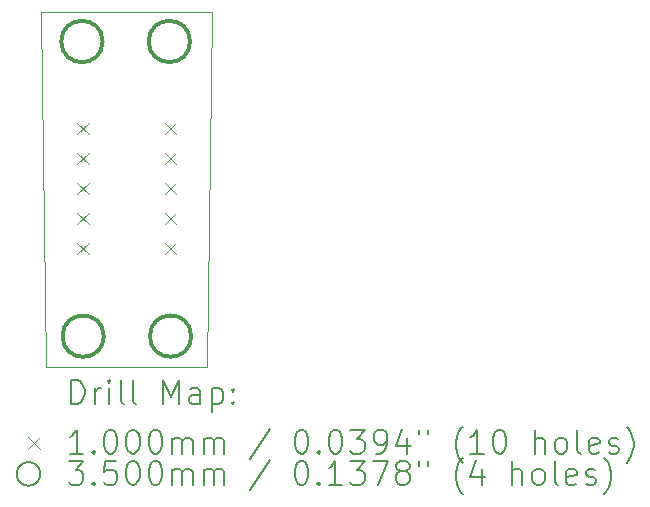
<source format=gbr>
%TF.GenerationSoftware,KiCad,Pcbnew,9.0.6*%
%TF.CreationDate,2025-12-02T11:08:12-05:00*%
%TF.ProjectId,InterConnect,496e7465-7243-46f6-9e6e-6563742e6b69,0*%
%TF.SameCoordinates,Original*%
%TF.FileFunction,Drillmap*%
%TF.FilePolarity,Positive*%
%FSLAX45Y45*%
G04 Gerber Fmt 4.5, Leading zero omitted, Abs format (unit mm)*
G04 Created by KiCad (PCBNEW 9.0.6) date 2025-12-02 11:08:12*
%MOMM*%
%LPD*%
G01*
G04 APERTURE LIST*
%ADD10C,0.050000*%
%ADD11C,0.200000*%
%ADD12C,0.100000*%
%ADD13C,0.350000*%
G04 APERTURE END LIST*
D10*
X12546000Y-8504000D02*
X13695000Y-8504000D01*
X12244902Y-8504000D02*
X12245000Y-8510000D01*
X12400000Y-8504000D02*
X12244902Y-8504000D01*
X12546000Y-8504000D02*
X12400000Y-8504000D01*
X13695000Y-8504000D02*
X13653000Y-11510000D01*
X12294000Y-11510000D02*
X12245000Y-8510000D01*
X12294000Y-11510000D02*
X13653000Y-11510000D01*
D11*
D12*
X12555000Y-9442000D02*
X12655000Y-9542000D01*
X12655000Y-9442000D02*
X12555000Y-9542000D01*
X12555000Y-9696000D02*
X12655000Y-9796000D01*
X12655000Y-9696000D02*
X12555000Y-9796000D01*
X12555000Y-9950000D02*
X12655000Y-10050000D01*
X12655000Y-9950000D02*
X12555000Y-10050000D01*
X12555000Y-10204000D02*
X12655000Y-10304000D01*
X12655000Y-10204000D02*
X12555000Y-10304000D01*
X12555000Y-10458000D02*
X12655000Y-10558000D01*
X12655000Y-10458000D02*
X12555000Y-10558000D01*
X13295000Y-9442000D02*
X13395000Y-9542000D01*
X13395000Y-9442000D02*
X13295000Y-9542000D01*
X13295000Y-9696000D02*
X13395000Y-9796000D01*
X13395000Y-9696000D02*
X13295000Y-9796000D01*
X13295000Y-9950000D02*
X13395000Y-10050000D01*
X13395000Y-9950000D02*
X13295000Y-10050000D01*
X13295000Y-10204000D02*
X13395000Y-10304000D01*
X13395000Y-10204000D02*
X13295000Y-10304000D01*
X13295000Y-10458000D02*
X13395000Y-10558000D01*
X13395000Y-10458000D02*
X13295000Y-10558000D01*
D13*
X12770000Y-8755000D02*
G75*
G02*
X12420000Y-8755000I-175000J0D01*
G01*
X12420000Y-8755000D02*
G75*
G02*
X12770000Y-8755000I175000J0D01*
G01*
X12780000Y-11250000D02*
G75*
G02*
X12430000Y-11250000I-175000J0D01*
G01*
X12430000Y-11250000D02*
G75*
G02*
X12780000Y-11250000I175000J0D01*
G01*
X13510000Y-8755000D02*
G75*
G02*
X13160000Y-8755000I-175000J0D01*
G01*
X13160000Y-8755000D02*
G75*
G02*
X13510000Y-8755000I175000J0D01*
G01*
X13520000Y-11250000D02*
G75*
G02*
X13170000Y-11250000I-175000J0D01*
G01*
X13170000Y-11250000D02*
G75*
G02*
X13520000Y-11250000I175000J0D01*
G01*
D11*
X12503179Y-11823984D02*
X12503179Y-11623984D01*
X12503179Y-11623984D02*
X12550798Y-11623984D01*
X12550798Y-11623984D02*
X12579369Y-11633508D01*
X12579369Y-11633508D02*
X12598417Y-11652555D01*
X12598417Y-11652555D02*
X12607941Y-11671603D01*
X12607941Y-11671603D02*
X12617464Y-11709698D01*
X12617464Y-11709698D02*
X12617464Y-11738269D01*
X12617464Y-11738269D02*
X12607941Y-11776365D01*
X12607941Y-11776365D02*
X12598417Y-11795412D01*
X12598417Y-11795412D02*
X12579369Y-11814460D01*
X12579369Y-11814460D02*
X12550798Y-11823984D01*
X12550798Y-11823984D02*
X12503179Y-11823984D01*
X12703179Y-11823984D02*
X12703179Y-11690650D01*
X12703179Y-11728746D02*
X12712703Y-11709698D01*
X12712703Y-11709698D02*
X12722226Y-11700174D01*
X12722226Y-11700174D02*
X12741274Y-11690650D01*
X12741274Y-11690650D02*
X12760322Y-11690650D01*
X12826988Y-11823984D02*
X12826988Y-11690650D01*
X12826988Y-11623984D02*
X12817464Y-11633508D01*
X12817464Y-11633508D02*
X12826988Y-11643031D01*
X12826988Y-11643031D02*
X12836512Y-11633508D01*
X12836512Y-11633508D02*
X12826988Y-11623984D01*
X12826988Y-11623984D02*
X12826988Y-11643031D01*
X12950798Y-11823984D02*
X12931750Y-11814460D01*
X12931750Y-11814460D02*
X12922226Y-11795412D01*
X12922226Y-11795412D02*
X12922226Y-11623984D01*
X13055560Y-11823984D02*
X13036512Y-11814460D01*
X13036512Y-11814460D02*
X13026988Y-11795412D01*
X13026988Y-11795412D02*
X13026988Y-11623984D01*
X13284131Y-11823984D02*
X13284131Y-11623984D01*
X13284131Y-11623984D02*
X13350798Y-11766841D01*
X13350798Y-11766841D02*
X13417464Y-11623984D01*
X13417464Y-11623984D02*
X13417464Y-11823984D01*
X13598417Y-11823984D02*
X13598417Y-11719222D01*
X13598417Y-11719222D02*
X13588893Y-11700174D01*
X13588893Y-11700174D02*
X13569845Y-11690650D01*
X13569845Y-11690650D02*
X13531750Y-11690650D01*
X13531750Y-11690650D02*
X13512703Y-11700174D01*
X13598417Y-11814460D02*
X13579369Y-11823984D01*
X13579369Y-11823984D02*
X13531750Y-11823984D01*
X13531750Y-11823984D02*
X13512703Y-11814460D01*
X13512703Y-11814460D02*
X13503179Y-11795412D01*
X13503179Y-11795412D02*
X13503179Y-11776365D01*
X13503179Y-11776365D02*
X13512703Y-11757317D01*
X13512703Y-11757317D02*
X13531750Y-11747793D01*
X13531750Y-11747793D02*
X13579369Y-11747793D01*
X13579369Y-11747793D02*
X13598417Y-11738269D01*
X13693655Y-11690650D02*
X13693655Y-11890650D01*
X13693655Y-11700174D02*
X13712703Y-11690650D01*
X13712703Y-11690650D02*
X13750798Y-11690650D01*
X13750798Y-11690650D02*
X13769845Y-11700174D01*
X13769845Y-11700174D02*
X13779369Y-11709698D01*
X13779369Y-11709698D02*
X13788893Y-11728746D01*
X13788893Y-11728746D02*
X13788893Y-11785888D01*
X13788893Y-11785888D02*
X13779369Y-11804936D01*
X13779369Y-11804936D02*
X13769845Y-11814460D01*
X13769845Y-11814460D02*
X13750798Y-11823984D01*
X13750798Y-11823984D02*
X13712703Y-11823984D01*
X13712703Y-11823984D02*
X13693655Y-11814460D01*
X13874607Y-11804936D02*
X13884131Y-11814460D01*
X13884131Y-11814460D02*
X13874607Y-11823984D01*
X13874607Y-11823984D02*
X13865084Y-11814460D01*
X13865084Y-11814460D02*
X13874607Y-11804936D01*
X13874607Y-11804936D02*
X13874607Y-11823984D01*
X13874607Y-11700174D02*
X13884131Y-11709698D01*
X13884131Y-11709698D02*
X13874607Y-11719222D01*
X13874607Y-11719222D02*
X13865084Y-11709698D01*
X13865084Y-11709698D02*
X13874607Y-11700174D01*
X13874607Y-11700174D02*
X13874607Y-11719222D01*
D12*
X12142402Y-12102500D02*
X12242402Y-12202500D01*
X12242402Y-12102500D02*
X12142402Y-12202500D01*
D11*
X12607941Y-12243984D02*
X12493655Y-12243984D01*
X12550798Y-12243984D02*
X12550798Y-12043984D01*
X12550798Y-12043984D02*
X12531750Y-12072555D01*
X12531750Y-12072555D02*
X12512703Y-12091603D01*
X12512703Y-12091603D02*
X12493655Y-12101127D01*
X12693655Y-12224936D02*
X12703179Y-12234460D01*
X12703179Y-12234460D02*
X12693655Y-12243984D01*
X12693655Y-12243984D02*
X12684131Y-12234460D01*
X12684131Y-12234460D02*
X12693655Y-12224936D01*
X12693655Y-12224936D02*
X12693655Y-12243984D01*
X12826988Y-12043984D02*
X12846036Y-12043984D01*
X12846036Y-12043984D02*
X12865084Y-12053508D01*
X12865084Y-12053508D02*
X12874607Y-12063031D01*
X12874607Y-12063031D02*
X12884131Y-12082079D01*
X12884131Y-12082079D02*
X12893655Y-12120174D01*
X12893655Y-12120174D02*
X12893655Y-12167793D01*
X12893655Y-12167793D02*
X12884131Y-12205888D01*
X12884131Y-12205888D02*
X12874607Y-12224936D01*
X12874607Y-12224936D02*
X12865084Y-12234460D01*
X12865084Y-12234460D02*
X12846036Y-12243984D01*
X12846036Y-12243984D02*
X12826988Y-12243984D01*
X12826988Y-12243984D02*
X12807941Y-12234460D01*
X12807941Y-12234460D02*
X12798417Y-12224936D01*
X12798417Y-12224936D02*
X12788893Y-12205888D01*
X12788893Y-12205888D02*
X12779369Y-12167793D01*
X12779369Y-12167793D02*
X12779369Y-12120174D01*
X12779369Y-12120174D02*
X12788893Y-12082079D01*
X12788893Y-12082079D02*
X12798417Y-12063031D01*
X12798417Y-12063031D02*
X12807941Y-12053508D01*
X12807941Y-12053508D02*
X12826988Y-12043984D01*
X13017464Y-12043984D02*
X13036512Y-12043984D01*
X13036512Y-12043984D02*
X13055560Y-12053508D01*
X13055560Y-12053508D02*
X13065084Y-12063031D01*
X13065084Y-12063031D02*
X13074607Y-12082079D01*
X13074607Y-12082079D02*
X13084131Y-12120174D01*
X13084131Y-12120174D02*
X13084131Y-12167793D01*
X13084131Y-12167793D02*
X13074607Y-12205888D01*
X13074607Y-12205888D02*
X13065084Y-12224936D01*
X13065084Y-12224936D02*
X13055560Y-12234460D01*
X13055560Y-12234460D02*
X13036512Y-12243984D01*
X13036512Y-12243984D02*
X13017464Y-12243984D01*
X13017464Y-12243984D02*
X12998417Y-12234460D01*
X12998417Y-12234460D02*
X12988893Y-12224936D01*
X12988893Y-12224936D02*
X12979369Y-12205888D01*
X12979369Y-12205888D02*
X12969845Y-12167793D01*
X12969845Y-12167793D02*
X12969845Y-12120174D01*
X12969845Y-12120174D02*
X12979369Y-12082079D01*
X12979369Y-12082079D02*
X12988893Y-12063031D01*
X12988893Y-12063031D02*
X12998417Y-12053508D01*
X12998417Y-12053508D02*
X13017464Y-12043984D01*
X13207941Y-12043984D02*
X13226988Y-12043984D01*
X13226988Y-12043984D02*
X13246036Y-12053508D01*
X13246036Y-12053508D02*
X13255560Y-12063031D01*
X13255560Y-12063031D02*
X13265084Y-12082079D01*
X13265084Y-12082079D02*
X13274607Y-12120174D01*
X13274607Y-12120174D02*
X13274607Y-12167793D01*
X13274607Y-12167793D02*
X13265084Y-12205888D01*
X13265084Y-12205888D02*
X13255560Y-12224936D01*
X13255560Y-12224936D02*
X13246036Y-12234460D01*
X13246036Y-12234460D02*
X13226988Y-12243984D01*
X13226988Y-12243984D02*
X13207941Y-12243984D01*
X13207941Y-12243984D02*
X13188893Y-12234460D01*
X13188893Y-12234460D02*
X13179369Y-12224936D01*
X13179369Y-12224936D02*
X13169845Y-12205888D01*
X13169845Y-12205888D02*
X13160322Y-12167793D01*
X13160322Y-12167793D02*
X13160322Y-12120174D01*
X13160322Y-12120174D02*
X13169845Y-12082079D01*
X13169845Y-12082079D02*
X13179369Y-12063031D01*
X13179369Y-12063031D02*
X13188893Y-12053508D01*
X13188893Y-12053508D02*
X13207941Y-12043984D01*
X13360322Y-12243984D02*
X13360322Y-12110650D01*
X13360322Y-12129698D02*
X13369845Y-12120174D01*
X13369845Y-12120174D02*
X13388893Y-12110650D01*
X13388893Y-12110650D02*
X13417465Y-12110650D01*
X13417465Y-12110650D02*
X13436512Y-12120174D01*
X13436512Y-12120174D02*
X13446036Y-12139222D01*
X13446036Y-12139222D02*
X13446036Y-12243984D01*
X13446036Y-12139222D02*
X13455560Y-12120174D01*
X13455560Y-12120174D02*
X13474607Y-12110650D01*
X13474607Y-12110650D02*
X13503179Y-12110650D01*
X13503179Y-12110650D02*
X13522226Y-12120174D01*
X13522226Y-12120174D02*
X13531750Y-12139222D01*
X13531750Y-12139222D02*
X13531750Y-12243984D01*
X13626988Y-12243984D02*
X13626988Y-12110650D01*
X13626988Y-12129698D02*
X13636512Y-12120174D01*
X13636512Y-12120174D02*
X13655560Y-12110650D01*
X13655560Y-12110650D02*
X13684131Y-12110650D01*
X13684131Y-12110650D02*
X13703179Y-12120174D01*
X13703179Y-12120174D02*
X13712703Y-12139222D01*
X13712703Y-12139222D02*
X13712703Y-12243984D01*
X13712703Y-12139222D02*
X13722226Y-12120174D01*
X13722226Y-12120174D02*
X13741274Y-12110650D01*
X13741274Y-12110650D02*
X13769845Y-12110650D01*
X13769845Y-12110650D02*
X13788893Y-12120174D01*
X13788893Y-12120174D02*
X13798417Y-12139222D01*
X13798417Y-12139222D02*
X13798417Y-12243984D01*
X14188893Y-12034460D02*
X14017465Y-12291603D01*
X14446036Y-12043984D02*
X14465084Y-12043984D01*
X14465084Y-12043984D02*
X14484131Y-12053508D01*
X14484131Y-12053508D02*
X14493655Y-12063031D01*
X14493655Y-12063031D02*
X14503179Y-12082079D01*
X14503179Y-12082079D02*
X14512703Y-12120174D01*
X14512703Y-12120174D02*
X14512703Y-12167793D01*
X14512703Y-12167793D02*
X14503179Y-12205888D01*
X14503179Y-12205888D02*
X14493655Y-12224936D01*
X14493655Y-12224936D02*
X14484131Y-12234460D01*
X14484131Y-12234460D02*
X14465084Y-12243984D01*
X14465084Y-12243984D02*
X14446036Y-12243984D01*
X14446036Y-12243984D02*
X14426988Y-12234460D01*
X14426988Y-12234460D02*
X14417465Y-12224936D01*
X14417465Y-12224936D02*
X14407941Y-12205888D01*
X14407941Y-12205888D02*
X14398417Y-12167793D01*
X14398417Y-12167793D02*
X14398417Y-12120174D01*
X14398417Y-12120174D02*
X14407941Y-12082079D01*
X14407941Y-12082079D02*
X14417465Y-12063031D01*
X14417465Y-12063031D02*
X14426988Y-12053508D01*
X14426988Y-12053508D02*
X14446036Y-12043984D01*
X14598417Y-12224936D02*
X14607941Y-12234460D01*
X14607941Y-12234460D02*
X14598417Y-12243984D01*
X14598417Y-12243984D02*
X14588893Y-12234460D01*
X14588893Y-12234460D02*
X14598417Y-12224936D01*
X14598417Y-12224936D02*
X14598417Y-12243984D01*
X14731750Y-12043984D02*
X14750798Y-12043984D01*
X14750798Y-12043984D02*
X14769846Y-12053508D01*
X14769846Y-12053508D02*
X14779369Y-12063031D01*
X14779369Y-12063031D02*
X14788893Y-12082079D01*
X14788893Y-12082079D02*
X14798417Y-12120174D01*
X14798417Y-12120174D02*
X14798417Y-12167793D01*
X14798417Y-12167793D02*
X14788893Y-12205888D01*
X14788893Y-12205888D02*
X14779369Y-12224936D01*
X14779369Y-12224936D02*
X14769846Y-12234460D01*
X14769846Y-12234460D02*
X14750798Y-12243984D01*
X14750798Y-12243984D02*
X14731750Y-12243984D01*
X14731750Y-12243984D02*
X14712703Y-12234460D01*
X14712703Y-12234460D02*
X14703179Y-12224936D01*
X14703179Y-12224936D02*
X14693655Y-12205888D01*
X14693655Y-12205888D02*
X14684131Y-12167793D01*
X14684131Y-12167793D02*
X14684131Y-12120174D01*
X14684131Y-12120174D02*
X14693655Y-12082079D01*
X14693655Y-12082079D02*
X14703179Y-12063031D01*
X14703179Y-12063031D02*
X14712703Y-12053508D01*
X14712703Y-12053508D02*
X14731750Y-12043984D01*
X14865084Y-12043984D02*
X14988893Y-12043984D01*
X14988893Y-12043984D02*
X14922227Y-12120174D01*
X14922227Y-12120174D02*
X14950798Y-12120174D01*
X14950798Y-12120174D02*
X14969846Y-12129698D01*
X14969846Y-12129698D02*
X14979369Y-12139222D01*
X14979369Y-12139222D02*
X14988893Y-12158269D01*
X14988893Y-12158269D02*
X14988893Y-12205888D01*
X14988893Y-12205888D02*
X14979369Y-12224936D01*
X14979369Y-12224936D02*
X14969846Y-12234460D01*
X14969846Y-12234460D02*
X14950798Y-12243984D01*
X14950798Y-12243984D02*
X14893655Y-12243984D01*
X14893655Y-12243984D02*
X14874608Y-12234460D01*
X14874608Y-12234460D02*
X14865084Y-12224936D01*
X15084131Y-12243984D02*
X15122227Y-12243984D01*
X15122227Y-12243984D02*
X15141274Y-12234460D01*
X15141274Y-12234460D02*
X15150798Y-12224936D01*
X15150798Y-12224936D02*
X15169846Y-12196365D01*
X15169846Y-12196365D02*
X15179369Y-12158269D01*
X15179369Y-12158269D02*
X15179369Y-12082079D01*
X15179369Y-12082079D02*
X15169846Y-12063031D01*
X15169846Y-12063031D02*
X15160322Y-12053508D01*
X15160322Y-12053508D02*
X15141274Y-12043984D01*
X15141274Y-12043984D02*
X15103179Y-12043984D01*
X15103179Y-12043984D02*
X15084131Y-12053508D01*
X15084131Y-12053508D02*
X15074608Y-12063031D01*
X15074608Y-12063031D02*
X15065084Y-12082079D01*
X15065084Y-12082079D02*
X15065084Y-12129698D01*
X15065084Y-12129698D02*
X15074608Y-12148746D01*
X15074608Y-12148746D02*
X15084131Y-12158269D01*
X15084131Y-12158269D02*
X15103179Y-12167793D01*
X15103179Y-12167793D02*
X15141274Y-12167793D01*
X15141274Y-12167793D02*
X15160322Y-12158269D01*
X15160322Y-12158269D02*
X15169846Y-12148746D01*
X15169846Y-12148746D02*
X15179369Y-12129698D01*
X15350798Y-12110650D02*
X15350798Y-12243984D01*
X15303179Y-12034460D02*
X15255560Y-12177317D01*
X15255560Y-12177317D02*
X15379369Y-12177317D01*
X15446036Y-12043984D02*
X15446036Y-12082079D01*
X15522227Y-12043984D02*
X15522227Y-12082079D01*
X15817465Y-12320174D02*
X15807941Y-12310650D01*
X15807941Y-12310650D02*
X15788893Y-12282079D01*
X15788893Y-12282079D02*
X15779370Y-12263031D01*
X15779370Y-12263031D02*
X15769846Y-12234460D01*
X15769846Y-12234460D02*
X15760322Y-12186841D01*
X15760322Y-12186841D02*
X15760322Y-12148746D01*
X15760322Y-12148746D02*
X15769846Y-12101127D01*
X15769846Y-12101127D02*
X15779370Y-12072555D01*
X15779370Y-12072555D02*
X15788893Y-12053508D01*
X15788893Y-12053508D02*
X15807941Y-12024936D01*
X15807941Y-12024936D02*
X15817465Y-12015412D01*
X15998417Y-12243984D02*
X15884131Y-12243984D01*
X15941274Y-12243984D02*
X15941274Y-12043984D01*
X15941274Y-12043984D02*
X15922227Y-12072555D01*
X15922227Y-12072555D02*
X15903179Y-12091603D01*
X15903179Y-12091603D02*
X15884131Y-12101127D01*
X16122227Y-12043984D02*
X16141274Y-12043984D01*
X16141274Y-12043984D02*
X16160322Y-12053508D01*
X16160322Y-12053508D02*
X16169846Y-12063031D01*
X16169846Y-12063031D02*
X16179370Y-12082079D01*
X16179370Y-12082079D02*
X16188893Y-12120174D01*
X16188893Y-12120174D02*
X16188893Y-12167793D01*
X16188893Y-12167793D02*
X16179370Y-12205888D01*
X16179370Y-12205888D02*
X16169846Y-12224936D01*
X16169846Y-12224936D02*
X16160322Y-12234460D01*
X16160322Y-12234460D02*
X16141274Y-12243984D01*
X16141274Y-12243984D02*
X16122227Y-12243984D01*
X16122227Y-12243984D02*
X16103179Y-12234460D01*
X16103179Y-12234460D02*
X16093655Y-12224936D01*
X16093655Y-12224936D02*
X16084131Y-12205888D01*
X16084131Y-12205888D02*
X16074608Y-12167793D01*
X16074608Y-12167793D02*
X16074608Y-12120174D01*
X16074608Y-12120174D02*
X16084131Y-12082079D01*
X16084131Y-12082079D02*
X16093655Y-12063031D01*
X16093655Y-12063031D02*
X16103179Y-12053508D01*
X16103179Y-12053508D02*
X16122227Y-12043984D01*
X16426989Y-12243984D02*
X16426989Y-12043984D01*
X16512703Y-12243984D02*
X16512703Y-12139222D01*
X16512703Y-12139222D02*
X16503179Y-12120174D01*
X16503179Y-12120174D02*
X16484132Y-12110650D01*
X16484132Y-12110650D02*
X16455560Y-12110650D01*
X16455560Y-12110650D02*
X16436512Y-12120174D01*
X16436512Y-12120174D02*
X16426989Y-12129698D01*
X16636512Y-12243984D02*
X16617465Y-12234460D01*
X16617465Y-12234460D02*
X16607941Y-12224936D01*
X16607941Y-12224936D02*
X16598417Y-12205888D01*
X16598417Y-12205888D02*
X16598417Y-12148746D01*
X16598417Y-12148746D02*
X16607941Y-12129698D01*
X16607941Y-12129698D02*
X16617465Y-12120174D01*
X16617465Y-12120174D02*
X16636512Y-12110650D01*
X16636512Y-12110650D02*
X16665084Y-12110650D01*
X16665084Y-12110650D02*
X16684132Y-12120174D01*
X16684132Y-12120174D02*
X16693655Y-12129698D01*
X16693655Y-12129698D02*
X16703179Y-12148746D01*
X16703179Y-12148746D02*
X16703179Y-12205888D01*
X16703179Y-12205888D02*
X16693655Y-12224936D01*
X16693655Y-12224936D02*
X16684132Y-12234460D01*
X16684132Y-12234460D02*
X16665084Y-12243984D01*
X16665084Y-12243984D02*
X16636512Y-12243984D01*
X16817465Y-12243984D02*
X16798417Y-12234460D01*
X16798417Y-12234460D02*
X16788894Y-12215412D01*
X16788894Y-12215412D02*
X16788894Y-12043984D01*
X16969846Y-12234460D02*
X16950798Y-12243984D01*
X16950798Y-12243984D02*
X16912703Y-12243984D01*
X16912703Y-12243984D02*
X16893655Y-12234460D01*
X16893655Y-12234460D02*
X16884132Y-12215412D01*
X16884132Y-12215412D02*
X16884132Y-12139222D01*
X16884132Y-12139222D02*
X16893655Y-12120174D01*
X16893655Y-12120174D02*
X16912703Y-12110650D01*
X16912703Y-12110650D02*
X16950798Y-12110650D01*
X16950798Y-12110650D02*
X16969846Y-12120174D01*
X16969846Y-12120174D02*
X16979370Y-12139222D01*
X16979370Y-12139222D02*
X16979370Y-12158269D01*
X16979370Y-12158269D02*
X16884132Y-12177317D01*
X17055560Y-12234460D02*
X17074608Y-12243984D01*
X17074608Y-12243984D02*
X17112703Y-12243984D01*
X17112703Y-12243984D02*
X17131751Y-12234460D01*
X17131751Y-12234460D02*
X17141275Y-12215412D01*
X17141275Y-12215412D02*
X17141275Y-12205888D01*
X17141275Y-12205888D02*
X17131751Y-12186841D01*
X17131751Y-12186841D02*
X17112703Y-12177317D01*
X17112703Y-12177317D02*
X17084132Y-12177317D01*
X17084132Y-12177317D02*
X17065084Y-12167793D01*
X17065084Y-12167793D02*
X17055560Y-12148746D01*
X17055560Y-12148746D02*
X17055560Y-12139222D01*
X17055560Y-12139222D02*
X17065084Y-12120174D01*
X17065084Y-12120174D02*
X17084132Y-12110650D01*
X17084132Y-12110650D02*
X17112703Y-12110650D01*
X17112703Y-12110650D02*
X17131751Y-12120174D01*
X17207941Y-12320174D02*
X17217465Y-12310650D01*
X17217465Y-12310650D02*
X17236513Y-12282079D01*
X17236513Y-12282079D02*
X17246036Y-12263031D01*
X17246036Y-12263031D02*
X17255560Y-12234460D01*
X17255560Y-12234460D02*
X17265084Y-12186841D01*
X17265084Y-12186841D02*
X17265084Y-12148746D01*
X17265084Y-12148746D02*
X17255560Y-12101127D01*
X17255560Y-12101127D02*
X17246036Y-12072555D01*
X17246036Y-12072555D02*
X17236513Y-12053508D01*
X17236513Y-12053508D02*
X17217465Y-12024936D01*
X17217465Y-12024936D02*
X17207941Y-12015412D01*
X12242402Y-12416500D02*
G75*
G02*
X12042402Y-12416500I-100000J0D01*
G01*
X12042402Y-12416500D02*
G75*
G02*
X12242402Y-12416500I100000J0D01*
G01*
X12484131Y-12307984D02*
X12607941Y-12307984D01*
X12607941Y-12307984D02*
X12541274Y-12384174D01*
X12541274Y-12384174D02*
X12569845Y-12384174D01*
X12569845Y-12384174D02*
X12588893Y-12393698D01*
X12588893Y-12393698D02*
X12598417Y-12403222D01*
X12598417Y-12403222D02*
X12607941Y-12422269D01*
X12607941Y-12422269D02*
X12607941Y-12469888D01*
X12607941Y-12469888D02*
X12598417Y-12488936D01*
X12598417Y-12488936D02*
X12588893Y-12498460D01*
X12588893Y-12498460D02*
X12569845Y-12507984D01*
X12569845Y-12507984D02*
X12512703Y-12507984D01*
X12512703Y-12507984D02*
X12493655Y-12498460D01*
X12493655Y-12498460D02*
X12484131Y-12488936D01*
X12693655Y-12488936D02*
X12703179Y-12498460D01*
X12703179Y-12498460D02*
X12693655Y-12507984D01*
X12693655Y-12507984D02*
X12684131Y-12498460D01*
X12684131Y-12498460D02*
X12693655Y-12488936D01*
X12693655Y-12488936D02*
X12693655Y-12507984D01*
X12884131Y-12307984D02*
X12788893Y-12307984D01*
X12788893Y-12307984D02*
X12779369Y-12403222D01*
X12779369Y-12403222D02*
X12788893Y-12393698D01*
X12788893Y-12393698D02*
X12807941Y-12384174D01*
X12807941Y-12384174D02*
X12855560Y-12384174D01*
X12855560Y-12384174D02*
X12874607Y-12393698D01*
X12874607Y-12393698D02*
X12884131Y-12403222D01*
X12884131Y-12403222D02*
X12893655Y-12422269D01*
X12893655Y-12422269D02*
X12893655Y-12469888D01*
X12893655Y-12469888D02*
X12884131Y-12488936D01*
X12884131Y-12488936D02*
X12874607Y-12498460D01*
X12874607Y-12498460D02*
X12855560Y-12507984D01*
X12855560Y-12507984D02*
X12807941Y-12507984D01*
X12807941Y-12507984D02*
X12788893Y-12498460D01*
X12788893Y-12498460D02*
X12779369Y-12488936D01*
X13017464Y-12307984D02*
X13036512Y-12307984D01*
X13036512Y-12307984D02*
X13055560Y-12317508D01*
X13055560Y-12317508D02*
X13065084Y-12327031D01*
X13065084Y-12327031D02*
X13074607Y-12346079D01*
X13074607Y-12346079D02*
X13084131Y-12384174D01*
X13084131Y-12384174D02*
X13084131Y-12431793D01*
X13084131Y-12431793D02*
X13074607Y-12469888D01*
X13074607Y-12469888D02*
X13065084Y-12488936D01*
X13065084Y-12488936D02*
X13055560Y-12498460D01*
X13055560Y-12498460D02*
X13036512Y-12507984D01*
X13036512Y-12507984D02*
X13017464Y-12507984D01*
X13017464Y-12507984D02*
X12998417Y-12498460D01*
X12998417Y-12498460D02*
X12988893Y-12488936D01*
X12988893Y-12488936D02*
X12979369Y-12469888D01*
X12979369Y-12469888D02*
X12969845Y-12431793D01*
X12969845Y-12431793D02*
X12969845Y-12384174D01*
X12969845Y-12384174D02*
X12979369Y-12346079D01*
X12979369Y-12346079D02*
X12988893Y-12327031D01*
X12988893Y-12327031D02*
X12998417Y-12317508D01*
X12998417Y-12317508D02*
X13017464Y-12307984D01*
X13207941Y-12307984D02*
X13226988Y-12307984D01*
X13226988Y-12307984D02*
X13246036Y-12317508D01*
X13246036Y-12317508D02*
X13255560Y-12327031D01*
X13255560Y-12327031D02*
X13265084Y-12346079D01*
X13265084Y-12346079D02*
X13274607Y-12384174D01*
X13274607Y-12384174D02*
X13274607Y-12431793D01*
X13274607Y-12431793D02*
X13265084Y-12469888D01*
X13265084Y-12469888D02*
X13255560Y-12488936D01*
X13255560Y-12488936D02*
X13246036Y-12498460D01*
X13246036Y-12498460D02*
X13226988Y-12507984D01*
X13226988Y-12507984D02*
X13207941Y-12507984D01*
X13207941Y-12507984D02*
X13188893Y-12498460D01*
X13188893Y-12498460D02*
X13179369Y-12488936D01*
X13179369Y-12488936D02*
X13169845Y-12469888D01*
X13169845Y-12469888D02*
X13160322Y-12431793D01*
X13160322Y-12431793D02*
X13160322Y-12384174D01*
X13160322Y-12384174D02*
X13169845Y-12346079D01*
X13169845Y-12346079D02*
X13179369Y-12327031D01*
X13179369Y-12327031D02*
X13188893Y-12317508D01*
X13188893Y-12317508D02*
X13207941Y-12307984D01*
X13360322Y-12507984D02*
X13360322Y-12374650D01*
X13360322Y-12393698D02*
X13369845Y-12384174D01*
X13369845Y-12384174D02*
X13388893Y-12374650D01*
X13388893Y-12374650D02*
X13417465Y-12374650D01*
X13417465Y-12374650D02*
X13436512Y-12384174D01*
X13436512Y-12384174D02*
X13446036Y-12403222D01*
X13446036Y-12403222D02*
X13446036Y-12507984D01*
X13446036Y-12403222D02*
X13455560Y-12384174D01*
X13455560Y-12384174D02*
X13474607Y-12374650D01*
X13474607Y-12374650D02*
X13503179Y-12374650D01*
X13503179Y-12374650D02*
X13522226Y-12384174D01*
X13522226Y-12384174D02*
X13531750Y-12403222D01*
X13531750Y-12403222D02*
X13531750Y-12507984D01*
X13626988Y-12507984D02*
X13626988Y-12374650D01*
X13626988Y-12393698D02*
X13636512Y-12384174D01*
X13636512Y-12384174D02*
X13655560Y-12374650D01*
X13655560Y-12374650D02*
X13684131Y-12374650D01*
X13684131Y-12374650D02*
X13703179Y-12384174D01*
X13703179Y-12384174D02*
X13712703Y-12403222D01*
X13712703Y-12403222D02*
X13712703Y-12507984D01*
X13712703Y-12403222D02*
X13722226Y-12384174D01*
X13722226Y-12384174D02*
X13741274Y-12374650D01*
X13741274Y-12374650D02*
X13769845Y-12374650D01*
X13769845Y-12374650D02*
X13788893Y-12384174D01*
X13788893Y-12384174D02*
X13798417Y-12403222D01*
X13798417Y-12403222D02*
X13798417Y-12507984D01*
X14188893Y-12298460D02*
X14017465Y-12555603D01*
X14446036Y-12307984D02*
X14465084Y-12307984D01*
X14465084Y-12307984D02*
X14484131Y-12317508D01*
X14484131Y-12317508D02*
X14493655Y-12327031D01*
X14493655Y-12327031D02*
X14503179Y-12346079D01*
X14503179Y-12346079D02*
X14512703Y-12384174D01*
X14512703Y-12384174D02*
X14512703Y-12431793D01*
X14512703Y-12431793D02*
X14503179Y-12469888D01*
X14503179Y-12469888D02*
X14493655Y-12488936D01*
X14493655Y-12488936D02*
X14484131Y-12498460D01*
X14484131Y-12498460D02*
X14465084Y-12507984D01*
X14465084Y-12507984D02*
X14446036Y-12507984D01*
X14446036Y-12507984D02*
X14426988Y-12498460D01*
X14426988Y-12498460D02*
X14417465Y-12488936D01*
X14417465Y-12488936D02*
X14407941Y-12469888D01*
X14407941Y-12469888D02*
X14398417Y-12431793D01*
X14398417Y-12431793D02*
X14398417Y-12384174D01*
X14398417Y-12384174D02*
X14407941Y-12346079D01*
X14407941Y-12346079D02*
X14417465Y-12327031D01*
X14417465Y-12327031D02*
X14426988Y-12317508D01*
X14426988Y-12317508D02*
X14446036Y-12307984D01*
X14598417Y-12488936D02*
X14607941Y-12498460D01*
X14607941Y-12498460D02*
X14598417Y-12507984D01*
X14598417Y-12507984D02*
X14588893Y-12498460D01*
X14588893Y-12498460D02*
X14598417Y-12488936D01*
X14598417Y-12488936D02*
X14598417Y-12507984D01*
X14798417Y-12507984D02*
X14684131Y-12507984D01*
X14741274Y-12507984D02*
X14741274Y-12307984D01*
X14741274Y-12307984D02*
X14722227Y-12336555D01*
X14722227Y-12336555D02*
X14703179Y-12355603D01*
X14703179Y-12355603D02*
X14684131Y-12365127D01*
X14865084Y-12307984D02*
X14988893Y-12307984D01*
X14988893Y-12307984D02*
X14922227Y-12384174D01*
X14922227Y-12384174D02*
X14950798Y-12384174D01*
X14950798Y-12384174D02*
X14969846Y-12393698D01*
X14969846Y-12393698D02*
X14979369Y-12403222D01*
X14979369Y-12403222D02*
X14988893Y-12422269D01*
X14988893Y-12422269D02*
X14988893Y-12469888D01*
X14988893Y-12469888D02*
X14979369Y-12488936D01*
X14979369Y-12488936D02*
X14969846Y-12498460D01*
X14969846Y-12498460D02*
X14950798Y-12507984D01*
X14950798Y-12507984D02*
X14893655Y-12507984D01*
X14893655Y-12507984D02*
X14874608Y-12498460D01*
X14874608Y-12498460D02*
X14865084Y-12488936D01*
X15055560Y-12307984D02*
X15188893Y-12307984D01*
X15188893Y-12307984D02*
X15103179Y-12507984D01*
X15293655Y-12393698D02*
X15274608Y-12384174D01*
X15274608Y-12384174D02*
X15265084Y-12374650D01*
X15265084Y-12374650D02*
X15255560Y-12355603D01*
X15255560Y-12355603D02*
X15255560Y-12346079D01*
X15255560Y-12346079D02*
X15265084Y-12327031D01*
X15265084Y-12327031D02*
X15274608Y-12317508D01*
X15274608Y-12317508D02*
X15293655Y-12307984D01*
X15293655Y-12307984D02*
X15331750Y-12307984D01*
X15331750Y-12307984D02*
X15350798Y-12317508D01*
X15350798Y-12317508D02*
X15360322Y-12327031D01*
X15360322Y-12327031D02*
X15369846Y-12346079D01*
X15369846Y-12346079D02*
X15369846Y-12355603D01*
X15369846Y-12355603D02*
X15360322Y-12374650D01*
X15360322Y-12374650D02*
X15350798Y-12384174D01*
X15350798Y-12384174D02*
X15331750Y-12393698D01*
X15331750Y-12393698D02*
X15293655Y-12393698D01*
X15293655Y-12393698D02*
X15274608Y-12403222D01*
X15274608Y-12403222D02*
X15265084Y-12412746D01*
X15265084Y-12412746D02*
X15255560Y-12431793D01*
X15255560Y-12431793D02*
X15255560Y-12469888D01*
X15255560Y-12469888D02*
X15265084Y-12488936D01*
X15265084Y-12488936D02*
X15274608Y-12498460D01*
X15274608Y-12498460D02*
X15293655Y-12507984D01*
X15293655Y-12507984D02*
X15331750Y-12507984D01*
X15331750Y-12507984D02*
X15350798Y-12498460D01*
X15350798Y-12498460D02*
X15360322Y-12488936D01*
X15360322Y-12488936D02*
X15369846Y-12469888D01*
X15369846Y-12469888D02*
X15369846Y-12431793D01*
X15369846Y-12431793D02*
X15360322Y-12412746D01*
X15360322Y-12412746D02*
X15350798Y-12403222D01*
X15350798Y-12403222D02*
X15331750Y-12393698D01*
X15446036Y-12307984D02*
X15446036Y-12346079D01*
X15522227Y-12307984D02*
X15522227Y-12346079D01*
X15817465Y-12584174D02*
X15807941Y-12574650D01*
X15807941Y-12574650D02*
X15788893Y-12546079D01*
X15788893Y-12546079D02*
X15779370Y-12527031D01*
X15779370Y-12527031D02*
X15769846Y-12498460D01*
X15769846Y-12498460D02*
X15760322Y-12450841D01*
X15760322Y-12450841D02*
X15760322Y-12412746D01*
X15760322Y-12412746D02*
X15769846Y-12365127D01*
X15769846Y-12365127D02*
X15779370Y-12336555D01*
X15779370Y-12336555D02*
X15788893Y-12317508D01*
X15788893Y-12317508D02*
X15807941Y-12288936D01*
X15807941Y-12288936D02*
X15817465Y-12279412D01*
X15979370Y-12374650D02*
X15979370Y-12507984D01*
X15931750Y-12298460D02*
X15884131Y-12441317D01*
X15884131Y-12441317D02*
X16007941Y-12441317D01*
X16236512Y-12507984D02*
X16236512Y-12307984D01*
X16322227Y-12507984D02*
X16322227Y-12403222D01*
X16322227Y-12403222D02*
X16312703Y-12384174D01*
X16312703Y-12384174D02*
X16293655Y-12374650D01*
X16293655Y-12374650D02*
X16265084Y-12374650D01*
X16265084Y-12374650D02*
X16246036Y-12384174D01*
X16246036Y-12384174D02*
X16236512Y-12393698D01*
X16446036Y-12507984D02*
X16426989Y-12498460D01*
X16426989Y-12498460D02*
X16417465Y-12488936D01*
X16417465Y-12488936D02*
X16407941Y-12469888D01*
X16407941Y-12469888D02*
X16407941Y-12412746D01*
X16407941Y-12412746D02*
X16417465Y-12393698D01*
X16417465Y-12393698D02*
X16426989Y-12384174D01*
X16426989Y-12384174D02*
X16446036Y-12374650D01*
X16446036Y-12374650D02*
X16474608Y-12374650D01*
X16474608Y-12374650D02*
X16493655Y-12384174D01*
X16493655Y-12384174D02*
X16503179Y-12393698D01*
X16503179Y-12393698D02*
X16512703Y-12412746D01*
X16512703Y-12412746D02*
X16512703Y-12469888D01*
X16512703Y-12469888D02*
X16503179Y-12488936D01*
X16503179Y-12488936D02*
X16493655Y-12498460D01*
X16493655Y-12498460D02*
X16474608Y-12507984D01*
X16474608Y-12507984D02*
X16446036Y-12507984D01*
X16626989Y-12507984D02*
X16607941Y-12498460D01*
X16607941Y-12498460D02*
X16598417Y-12479412D01*
X16598417Y-12479412D02*
X16598417Y-12307984D01*
X16779370Y-12498460D02*
X16760322Y-12507984D01*
X16760322Y-12507984D02*
X16722227Y-12507984D01*
X16722227Y-12507984D02*
X16703179Y-12498460D01*
X16703179Y-12498460D02*
X16693655Y-12479412D01*
X16693655Y-12479412D02*
X16693655Y-12403222D01*
X16693655Y-12403222D02*
X16703179Y-12384174D01*
X16703179Y-12384174D02*
X16722227Y-12374650D01*
X16722227Y-12374650D02*
X16760322Y-12374650D01*
X16760322Y-12374650D02*
X16779370Y-12384174D01*
X16779370Y-12384174D02*
X16788894Y-12403222D01*
X16788894Y-12403222D02*
X16788894Y-12422269D01*
X16788894Y-12422269D02*
X16693655Y-12441317D01*
X16865084Y-12498460D02*
X16884132Y-12507984D01*
X16884132Y-12507984D02*
X16922227Y-12507984D01*
X16922227Y-12507984D02*
X16941275Y-12498460D01*
X16941275Y-12498460D02*
X16950798Y-12479412D01*
X16950798Y-12479412D02*
X16950798Y-12469888D01*
X16950798Y-12469888D02*
X16941275Y-12450841D01*
X16941275Y-12450841D02*
X16922227Y-12441317D01*
X16922227Y-12441317D02*
X16893655Y-12441317D01*
X16893655Y-12441317D02*
X16874608Y-12431793D01*
X16874608Y-12431793D02*
X16865084Y-12412746D01*
X16865084Y-12412746D02*
X16865084Y-12403222D01*
X16865084Y-12403222D02*
X16874608Y-12384174D01*
X16874608Y-12384174D02*
X16893655Y-12374650D01*
X16893655Y-12374650D02*
X16922227Y-12374650D01*
X16922227Y-12374650D02*
X16941275Y-12384174D01*
X17017465Y-12584174D02*
X17026989Y-12574650D01*
X17026989Y-12574650D02*
X17046036Y-12546079D01*
X17046036Y-12546079D02*
X17055560Y-12527031D01*
X17055560Y-12527031D02*
X17065084Y-12498460D01*
X17065084Y-12498460D02*
X17074608Y-12450841D01*
X17074608Y-12450841D02*
X17074608Y-12412746D01*
X17074608Y-12412746D02*
X17065084Y-12365127D01*
X17065084Y-12365127D02*
X17055560Y-12336555D01*
X17055560Y-12336555D02*
X17046036Y-12317508D01*
X17046036Y-12317508D02*
X17026989Y-12288936D01*
X17026989Y-12288936D02*
X17017465Y-12279412D01*
M02*

</source>
